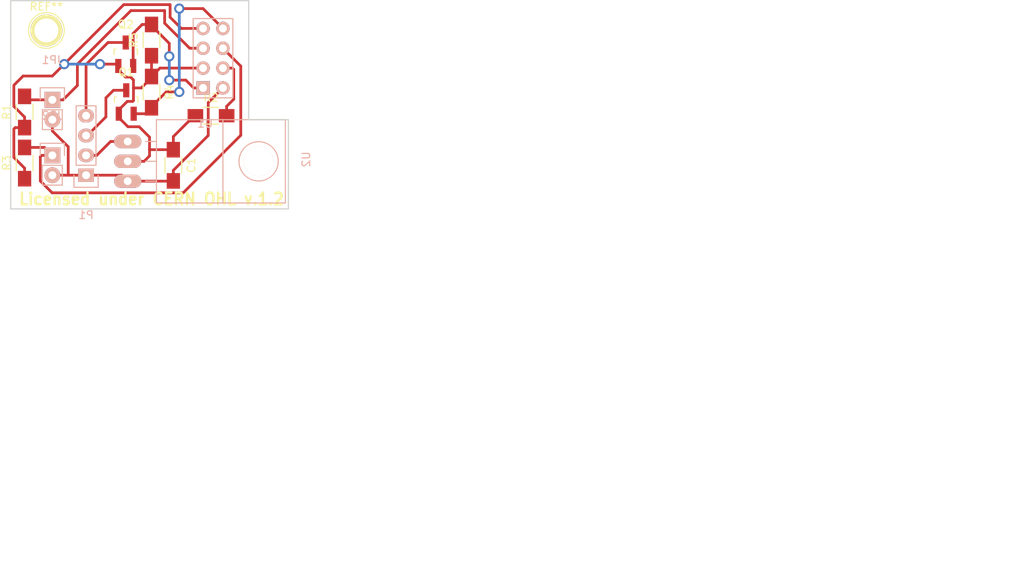
<source format=kicad_pcb>
(kicad_pcb (version 4) (host pcbnew 4.0.2+dfsg1-stable)

  (general
    (links 27)
    (no_connects 0)
    (area 141.713 88.265999 191.434201 117.477)
    (thickness 1.6)
    (drawings 9)
    (tracks 129)
    (zones 0)
    (modules 14)
    (nets 11)
  )

  (page A4)
  (title_block
    (title IO-ESP8266-adapter)
    (date 2016-03-14)
    (rev 1.0)
    (company "Nicola Corna")
    (comment 1 "Copyright 2016 Nicola Corna <nicola@corna.info>")
  )

  (layers
    (0 F.Cu signal)
    (31 B.Cu signal)
    (32 B.Adhes user)
    (33 F.Adhes user)
    (34 B.Paste user)
    (35 F.Paste user)
    (36 B.SilkS user)
    (37 F.SilkS user)
    (38 B.Mask user)
    (39 F.Mask user)
    (40 Dwgs.User user)
    (41 Cmts.User user)
    (42 Eco1.User user)
    (43 Eco2.User user)
    (44 Edge.Cuts user)
    (45 Margin user)
    (46 B.CrtYd user)
    (47 F.CrtYd user)
    (48 B.Fab user)
    (49 F.Fab user)
  )

  (setup
    (last_trace_width 0.35)
    (trace_clearance 0.35)
    (zone_clearance 0.508)
    (zone_45_only no)
    (trace_min 0.2)
    (segment_width 0.2)
    (edge_width 0.15)
    (via_size 1.3)
    (via_drill 0.8)
    (via_min_size 0.4)
    (via_min_drill 0.3)
    (uvia_size 0.3)
    (uvia_drill 0.1)
    (uvias_allowed no)
    (uvia_min_size 0.2)
    (uvia_min_drill 0.1)
    (pcb_text_width 0.3)
    (pcb_text_size 1.5 1.5)
    (mod_edge_width 0.15)
    (mod_text_size 1 1)
    (mod_text_width 0.15)
    (pad_size 1.524 1.524)
    (pad_drill 0.762)
    (pad_to_mask_clearance 0.2)
    (aux_axis_origin 0 0)
    (visible_elements FFFFFF7F)
    (pcbplotparams
      (layerselection 0x01000_00000001)
      (usegerberextensions false)
      (excludeedgelayer true)
      (linewidth 0.100000)
      (plotframeref false)
      (viasonmask false)
      (mode 1)
      (useauxorigin false)
      (hpglpennumber 1)
      (hpglpenspeed 20)
      (hpglpendiameter 15)
      (hpglpenoverlay 2)
      (psnegative false)
      (psa4output false)
      (plotreference true)
      (plotvalue true)
      (plotinvisibletext false)
      (padsonsilk false)
      (subtractmaskfromsilk false)
      (outputformat 1)
      (mirror false)
      (drillshape 0)
      (scaleselection 1)
      (outputdirectory ""))
  )

  (net 0 "")
  (net 1 +3V3)
  (net 2 GND)
  (net 3 "Net-(JP1-Pad1)")
  (net 4 "Net-(JP2-Pad1)")
  (net 5 +5V)
  (net 6 "Net-(P1-Pad3)")
  (net 7 "Net-(P1-Pad4)")
  (net 8 ESP_RX)
  (net 9 ESP_TX)
  (net 10 "Net-(R2-Pad2)")

  (net_class Default "This is the default net class."
    (clearance 0.35)
    (trace_width 0.35)
    (via_dia 1.3)
    (via_drill 0.8)
    (uvia_dia 0.3)
    (uvia_drill 0.1)
    (add_net +3V3)
    (add_net +5V)
    (add_net ESP_RX)
    (add_net ESP_TX)
    (add_net GND)
    (add_net "Net-(JP1-Pad1)")
    (add_net "Net-(JP2-Pad1)")
    (add_net "Net-(P1-Pad3)")
    (add_net "Net-(P1-Pad4)")
    (add_net "Net-(R2-Pad2)")
  )

  (module ESP8266:ESP-01 (layer B.Cu) (tedit 553C10FF) (tstamp 56DF14A7)
    (at 168.148 100.076)
    (descr "Module, ESP-8266, ESP-01, 8 pin")
    (tags "Module ESP-8266 ESP8266")
    (path /56DEFC8E)
    (fp_text reference U1 (at 0.254 4.572) (layer B.SilkS)
      (effects (font (size 1 1) (thickness 0.15)) (justify mirror))
    )
    (fp_text value ESP-01v090 (at 12.192 -3.556) (layer B.Fab)
      (effects (font (size 1 1) (thickness 0.15)) (justify mirror))
    )
    (fp_line (start -1.778 3.302) (end 22.86 3.302) (layer B.Fab) (width 0.1524))
    (fp_line (start 22.86 3.302) (end 22.86 -10.922) (layer B.Fab) (width 0.1524))
    (fp_line (start 22.86 -10.922) (end -1.778 -10.922) (layer B.Fab) (width 0.1524))
    (fp_line (start -1.778 -10.922) (end -1.778 3.302) (layer B.Fab) (width 0.1524))
    (fp_line (start 1.27 1.27) (end -1.27 1.27) (layer B.SilkS) (width 0.1524))
    (fp_line (start -1.27 1.27) (end -1.27 -1.27) (layer B.SilkS) (width 0.1524))
    (fp_line (start -1.75 1.75) (end -1.75 -9.4) (layer B.CrtYd) (width 0.05))
    (fp_line (start 4.3 1.75) (end 4.3 -9.4) (layer B.CrtYd) (width 0.05))
    (fp_line (start -1.75 1.75) (end 4.3 1.75) (layer B.CrtYd) (width 0.05))
    (fp_line (start -1.75 -9.4) (end 4.3 -9.4) (layer B.CrtYd) (width 0.05))
    (fp_line (start -1.27 -1.27) (end -1.27 -8.89) (layer B.SilkS) (width 0.1524))
    (fp_line (start -1.27 -8.89) (end 3.81 -8.89) (layer B.SilkS) (width 0.1524))
    (fp_line (start 3.81 -8.89) (end 3.81 1.27) (layer B.SilkS) (width 0.1524))
    (fp_line (start 3.81 1.27) (end 1.27 1.27) (layer B.SilkS) (width 0.1524))
    (pad 1 thru_hole rect (at 0 0) (size 1.7272 1.7272) (drill 1.016) (layers *.Cu *.Mask B.SilkS)
      (net 9 ESP_TX))
    (pad 2 thru_hole oval (at 2.54 0) (size 1.7272 1.7272) (drill 1.016) (layers *.Cu *.Mask B.SilkS)
      (net 2 GND))
    (pad 3 thru_hole oval (at 0 -2.54) (size 1.7272 1.7272) (drill 1.016) (layers *.Cu *.Mask B.SilkS)
      (net 1 +3V3))
    (pad 4 thru_hole oval (at 2.54 -2.54) (size 1.7272 1.7272) (drill 1.016) (layers *.Cu *.Mask B.SilkS)
      (net 10 "Net-(R2-Pad2)"))
    (pad 5 thru_hole oval (at 0 -5.08) (size 1.7272 1.7272) (drill 1.016) (layers *.Cu *.Mask B.SilkS)
      (net 3 "Net-(JP1-Pad1)"))
    (pad 6 thru_hole oval (at 2.54 -5.08) (size 1.7272 1.7272) (drill 1.016) (layers *.Cu *.Mask B.SilkS)
      (net 4 "Net-(JP2-Pad1)"))
    (pad 7 thru_hole oval (at 0 -7.62) (size 1.7272 1.7272) (drill 1.016) (layers *.Cu *.Mask B.SilkS)
      (net 1 +3V3))
    (pad 8 thru_hole oval (at 2.54 -7.62) (size 1.7272 1.7272) (drill 1.016) (layers *.Cu *.Mask B.SilkS)
      (net 8 ESP_RX))
    (model Pin_Headers.3dshapes/Pin_Header_Straight_2x04.wrl
      (at (xyz 0.05 -0.15 0))
      (scale (xyz 1 1 1))
      (rotate (xyz 0 0 90))
    )
  )

  (module TO_SOT_Packages_THT:TO-220_Neutral123_Horizontal_LargePads (layer B.Cu) (tedit 0) (tstamp 56DF14AF)
    (at 158.496 109.474 90)
    (descr "TO-220, Neutral, Horizontal, Large Pads,")
    (tags "TO-220, Neutral, Horizontal, Large Pads,")
    (path /56DF1401)
    (fp_text reference U2 (at 0.24892 22.84984 90) (layer B.SilkS)
      (effects (font (size 1 1) (thickness 0.15)) (justify mirror))
    )
    (fp_text value AP1117 (at -0.20066 -4.24942 90) (layer B.Fab)
      (effects (font (size 1 1) (thickness 0.15)) (justify mirror))
    )
    (fp_line (start -2.54 3.683) (end -2.54 2.286) (layer B.SilkS) (width 0.15))
    (fp_line (start 0 3.683) (end 0 2.286) (layer B.SilkS) (width 0.15))
    (fp_line (start 2.54 3.683) (end 2.54 2.286) (layer B.SilkS) (width 0.15))
    (fp_circle (center 0 16.764) (end 1.778 14.986) (layer B.SilkS) (width 0.15))
    (fp_line (start 5.334 12.192) (end 5.334 20.193) (layer B.SilkS) (width 0.15))
    (fp_line (start 5.334 20.193) (end -5.334 20.193) (layer B.SilkS) (width 0.15))
    (fp_line (start -5.334 20.193) (end -5.334 12.192) (layer B.SilkS) (width 0.15))
    (fp_line (start 5.334 3.683) (end 5.334 12.192) (layer B.SilkS) (width 0.15))
    (fp_line (start 5.334 12.192) (end -5.334 12.192) (layer B.SilkS) (width 0.15))
    (fp_line (start -5.334 12.192) (end -5.334 3.683) (layer B.SilkS) (width 0.15))
    (fp_line (start 0 3.683) (end -5.334 3.683) (layer B.SilkS) (width 0.15))
    (fp_line (start 0 3.683) (end 5.334 3.683) (layer B.SilkS) (width 0.15))
    (pad 2 thru_hole oval (at 0 0) (size 3.50012 1.69926) (drill 1.00076) (layers *.Cu *.Mask B.SilkS)
      (net 1 +3V3))
    (pad 1 thru_hole oval (at -2.54 0) (size 3.50012 1.69926) (drill 1.00076) (layers *.Cu *.Mask B.SilkS)
      (net 2 GND))
    (pad 3 thru_hole oval (at 2.54 0) (size 3.50012 1.69926) (drill 1.00076) (layers *.Cu *.Mask B.SilkS)
      (net 5 +5V))
    (pad "" np_thru_hole circle (at 0 16.764) (size 3.79984 3.79984) (drill 3.79984) (layers *.Cu *.Mask B.SilkS))
    (model TO_SOT_Packages_THT.3dshapes/TO-220_Neutral123_Horizontal_LargePads.wrl
      (at (xyz 0 0 0))
      (scale (xyz 0.3937 0.3937 0.3937))
      (rotate (xyz 0 0 0))
    )
  )

  (module Resistors_SMD:R_1206_HandSoldering (layer F.Cu) (tedit 5418A20D) (tstamp 56DF1483)
    (at 145.288 103.156 90)
    (descr "Resistor SMD 1206, hand soldering")
    (tags "resistor 1206")
    (path /56DF11CF)
    (attr smd)
    (fp_text reference R1 (at 0 -2.3 90) (layer F.SilkS)
      (effects (font (size 1 1) (thickness 0.15)))
    )
    (fp_text value 22k (at 0 2.3 90) (layer F.Fab)
      (effects (font (size 1 1) (thickness 0.15)))
    )
    (fp_line (start -3.3 -1.2) (end 3.3 -1.2) (layer F.CrtYd) (width 0.05))
    (fp_line (start -3.3 1.2) (end 3.3 1.2) (layer F.CrtYd) (width 0.05))
    (fp_line (start -3.3 -1.2) (end -3.3 1.2) (layer F.CrtYd) (width 0.05))
    (fp_line (start 3.3 -1.2) (end 3.3 1.2) (layer F.CrtYd) (width 0.05))
    (fp_line (start 1 1.075) (end -1 1.075) (layer F.SilkS) (width 0.15))
    (fp_line (start -1 -1.075) (end 1 -1.075) (layer F.SilkS) (width 0.15))
    (pad 1 smd rect (at -2 0 90) (size 2 1.7) (layers F.Cu F.Paste F.Mask)
      (net 1 +3V3))
    (pad 2 smd rect (at 2 0 90) (size 2 1.7) (layers F.Cu F.Paste F.Mask)
      (net 3 "Net-(JP1-Pad1)"))
    (model Resistors_SMD.3dshapes/R_1206_HandSoldering.wrl
      (at (xyz 0 0 0))
      (scale (xyz 1 1 1))
      (rotate (xyz 0 0 0))
    )
  )

  (module Resistors_SMD:R_1206_HandSoldering (layer F.Cu) (tedit 5418A20D) (tstamp 56DF145B)
    (at 164.338 109.982 270)
    (descr "Resistor SMD 1206, hand soldering")
    (tags "resistor 1206")
    (path /56DF15CF)
    (attr smd)
    (fp_text reference C1 (at 0 -2.3 270) (layer F.SilkS)
      (effects (font (size 1 1) (thickness 0.15)))
    )
    (fp_text value 10u (at 0 2.3 270) (layer F.Fab)
      (effects (font (size 1 1) (thickness 0.15)))
    )
    (fp_line (start -3.3 -1.2) (end 3.3 -1.2) (layer F.CrtYd) (width 0.05))
    (fp_line (start -3.3 1.2) (end 3.3 1.2) (layer F.CrtYd) (width 0.05))
    (fp_line (start -3.3 -1.2) (end -3.3 1.2) (layer F.CrtYd) (width 0.05))
    (fp_line (start 3.3 -1.2) (end 3.3 1.2) (layer F.CrtYd) (width 0.05))
    (fp_line (start 1 1.075) (end -1 1.075) (layer F.SilkS) (width 0.15))
    (fp_line (start -1 -1.075) (end 1 -1.075) (layer F.SilkS) (width 0.15))
    (pad 1 smd rect (at -2 0 270) (size 2 1.7) (layers F.Cu F.Paste F.Mask)
      (net 1 +3V3))
    (pad 2 smd rect (at 2 0 270) (size 2 1.7) (layers F.Cu F.Paste F.Mask)
      (net 2 GND))
    (model Resistors_SMD.3dshapes/R_1206_HandSoldering.wrl
      (at (xyz 0 0 0))
      (scale (xyz 1 1 1))
      (rotate (xyz 0 0 0))
    )
  )

  (module Pin_Headers:Pin_Header_Straight_1x02 (layer B.Cu) (tedit 54EA090C) (tstamp 56DF1461)
    (at 148.844 101.6 180)
    (descr "Through hole pin header")
    (tags "pin header")
    (path /56DF11E2)
    (fp_text reference JP1 (at 0 5.1 180) (layer B.SilkS)
      (effects (font (size 1 1) (thickness 0.15)) (justify mirror))
    )
    (fp_text value JUMPER (at 0 3.1 180) (layer B.Fab)
      (effects (font (size 1 1) (thickness 0.15)) (justify mirror))
    )
    (fp_line (start 1.27 -1.27) (end 1.27 -3.81) (layer B.SilkS) (width 0.15))
    (fp_line (start 1.55 1.55) (end 1.55 0) (layer B.SilkS) (width 0.15))
    (fp_line (start -1.75 1.75) (end -1.75 -4.3) (layer B.CrtYd) (width 0.05))
    (fp_line (start 1.75 1.75) (end 1.75 -4.3) (layer B.CrtYd) (width 0.05))
    (fp_line (start -1.75 1.75) (end 1.75 1.75) (layer B.CrtYd) (width 0.05))
    (fp_line (start -1.75 -4.3) (end 1.75 -4.3) (layer B.CrtYd) (width 0.05))
    (fp_line (start 1.27 -1.27) (end -1.27 -1.27) (layer B.SilkS) (width 0.15))
    (fp_line (start -1.55 0) (end -1.55 1.55) (layer B.SilkS) (width 0.15))
    (fp_line (start -1.55 1.55) (end 1.55 1.55) (layer B.SilkS) (width 0.15))
    (fp_line (start -1.27 -1.27) (end -1.27 -3.81) (layer B.SilkS) (width 0.15))
    (fp_line (start -1.27 -3.81) (end 1.27 -3.81) (layer B.SilkS) (width 0.15))
    (pad 1 thru_hole rect (at 0 0 180) (size 2.032 2.032) (drill 1.016) (layers *.Cu *.Mask B.SilkS)
      (net 3 "Net-(JP1-Pad1)"))
    (pad 2 thru_hole oval (at 0 -2.54 180) (size 2.032 2.032) (drill 1.016) (layers *.Cu *.Mask B.SilkS)
      (net 2 GND))
    (model Pin_Headers.3dshapes/Pin_Header_Straight_1x02.wrl
      (at (xyz 0 -0.05 0))
      (scale (xyz 1 1 1))
      (rotate (xyz 0 0 90))
    )
  )

  (module Pin_Headers:Pin_Header_Straight_1x02 (layer B.Cu) (tedit 54EA090C) (tstamp 56DF1467)
    (at 148.844 108.712 180)
    (descr "Through hole pin header")
    (tags "pin header")
    (path /56DF10C5)
    (fp_text reference JP2 (at 0 5.1 180) (layer B.SilkS)
      (effects (font (size 1 1) (thickness 0.15)) (justify mirror))
    )
    (fp_text value JUMPER (at 0 3.1 180) (layer B.Fab)
      (effects (font (size 1 1) (thickness 0.15)) (justify mirror))
    )
    (fp_line (start 1.27 -1.27) (end 1.27 -3.81) (layer B.SilkS) (width 0.15))
    (fp_line (start 1.55 1.55) (end 1.55 0) (layer B.SilkS) (width 0.15))
    (fp_line (start -1.75 1.75) (end -1.75 -4.3) (layer B.CrtYd) (width 0.05))
    (fp_line (start 1.75 1.75) (end 1.75 -4.3) (layer B.CrtYd) (width 0.05))
    (fp_line (start -1.75 1.75) (end 1.75 1.75) (layer B.CrtYd) (width 0.05))
    (fp_line (start -1.75 -4.3) (end 1.75 -4.3) (layer B.CrtYd) (width 0.05))
    (fp_line (start 1.27 -1.27) (end -1.27 -1.27) (layer B.SilkS) (width 0.15))
    (fp_line (start -1.55 0) (end -1.55 1.55) (layer B.SilkS) (width 0.15))
    (fp_line (start -1.55 1.55) (end 1.55 1.55) (layer B.SilkS) (width 0.15))
    (fp_line (start -1.27 -1.27) (end -1.27 -3.81) (layer B.SilkS) (width 0.15))
    (fp_line (start -1.27 -3.81) (end 1.27 -3.81) (layer B.SilkS) (width 0.15))
    (pad 1 thru_hole rect (at 0 0 180) (size 2.032 2.032) (drill 1.016) (layers *.Cu *.Mask B.SilkS)
      (net 4 "Net-(JP2-Pad1)"))
    (pad 2 thru_hole oval (at 0 -2.54 180) (size 2.032 2.032) (drill 1.016) (layers *.Cu *.Mask B.SilkS)
      (net 2 GND))
    (model Pin_Headers.3dshapes/Pin_Header_Straight_1x02.wrl
      (at (xyz 0 -0.05 0))
      (scale (xyz 1 1 1))
      (rotate (xyz 0 0 90))
    )
  )

  (module Pin_Headers:Pin_Header_Straight_1x04 (layer B.Cu) (tedit 0) (tstamp 56DF146F)
    (at 153.162 111.252)
    (descr "Through hole pin header")
    (tags "pin header")
    (path /56DF12CE)
    (fp_text reference P1 (at 0 5.1) (layer B.SilkS)
      (effects (font (size 1 1) (thickness 0.15)) (justify mirror))
    )
    (fp_text value CONN_01X04 (at 0 3.1) (layer B.Fab)
      (effects (font (size 1 1) (thickness 0.15)) (justify mirror))
    )
    (fp_line (start -1.75 1.75) (end -1.75 -9.4) (layer B.CrtYd) (width 0.05))
    (fp_line (start 1.75 1.75) (end 1.75 -9.4) (layer B.CrtYd) (width 0.05))
    (fp_line (start -1.75 1.75) (end 1.75 1.75) (layer B.CrtYd) (width 0.05))
    (fp_line (start -1.75 -9.4) (end 1.75 -9.4) (layer B.CrtYd) (width 0.05))
    (fp_line (start -1.27 -1.27) (end -1.27 -8.89) (layer B.SilkS) (width 0.15))
    (fp_line (start 1.27 -1.27) (end 1.27 -8.89) (layer B.SilkS) (width 0.15))
    (fp_line (start 1.55 1.55) (end 1.55 0) (layer B.SilkS) (width 0.15))
    (fp_line (start -1.27 -8.89) (end 1.27 -8.89) (layer B.SilkS) (width 0.15))
    (fp_line (start 1.27 -1.27) (end -1.27 -1.27) (layer B.SilkS) (width 0.15))
    (fp_line (start -1.55 0) (end -1.55 1.55) (layer B.SilkS) (width 0.15))
    (fp_line (start -1.55 1.55) (end 1.55 1.55) (layer B.SilkS) (width 0.15))
    (pad 1 thru_hole rect (at 0 0) (size 2.032 1.7272) (drill 1.016) (layers *.Cu *.Mask B.SilkS)
      (net 2 GND))
    (pad 2 thru_hole oval (at 0 -2.54) (size 2.032 1.7272) (drill 1.016) (layers *.Cu *.Mask B.SilkS)
      (net 5 +5V))
    (pad 3 thru_hole oval (at 0 -5.08) (size 2.032 1.7272) (drill 1.016) (layers *.Cu *.Mask B.SilkS)
      (net 6 "Net-(P1-Pad3)"))
    (pad 4 thru_hole oval (at 0 -7.62) (size 2.032 1.7272) (drill 1.016) (layers *.Cu *.Mask B.SilkS)
      (net 7 "Net-(P1-Pad4)"))
    (model Pin_Headers.3dshapes/Pin_Header_Straight_1x04.wrl
      (at (xyz 0 -0.15 0))
      (scale (xyz 1 1 1))
      (rotate (xyz 0 0 90))
    )
  )

  (module TO_SOT_Packages_SMD:SOT-23_Handsoldering (layer F.Cu) (tedit 54E9291B) (tstamp 56DF1476)
    (at 158.308 101.87686)
    (descr "SOT-23, Handsoldering")
    (tags SOT-23)
    (path /56DF16FD)
    (attr smd)
    (fp_text reference Q1 (at 0 -3.81) (layer F.SilkS)
      (effects (font (size 1 1) (thickness 0.15)))
    )
    (fp_text value Q_NMOS_GSD (at 0 3.81) (layer F.Fab)
      (effects (font (size 1 1) (thickness 0.15)))
    )
    (fp_line (start -1.49982 0.0508) (end -1.49982 -0.65024) (layer F.SilkS) (width 0.15))
    (fp_line (start -1.49982 -0.65024) (end -1.2509 -0.65024) (layer F.SilkS) (width 0.15))
    (fp_line (start 1.29916 -0.65024) (end 1.49982 -0.65024) (layer F.SilkS) (width 0.15))
    (fp_line (start 1.49982 -0.65024) (end 1.49982 0.0508) (layer F.SilkS) (width 0.15))
    (pad 1 smd rect (at -0.95 1.50114) (size 0.8001 1.80086) (layers F.Cu F.Paste F.Mask)
      (net 1 +3V3))
    (pad 2 smd rect (at 0.95 1.50114) (size 0.8001 1.80086) (layers F.Cu F.Paste F.Mask)
      (net 8 ESP_RX))
    (pad 3 smd rect (at 0 -1.50114) (size 0.8001 1.80086) (layers F.Cu F.Paste F.Mask)
      (net 6 "Net-(P1-Pad3)"))
    (model TO_SOT_Packages_SMD.3dshapes/SOT-23_Handsoldering.wrl
      (at (xyz 0 0 0))
      (scale (xyz 1 1 1))
      (rotate (xyz 0 0 0))
    )
  )

  (module TO_SOT_Packages_SMD:SOT-23_Handsoldering (layer F.Cu) (tedit 54E9291B) (tstamp 56DF147D)
    (at 158.242 95.758)
    (descr "SOT-23, Handsoldering")
    (tags SOT-23)
    (path /56DF19A5)
    (attr smd)
    (fp_text reference Q2 (at 0 -3.81) (layer F.SilkS)
      (effects (font (size 1 1) (thickness 0.15)))
    )
    (fp_text value Q_NMOS_GSD (at 0 3.81) (layer F.Fab)
      (effects (font (size 1 1) (thickness 0.15)))
    )
    (fp_line (start -1.49982 0.0508) (end -1.49982 -0.65024) (layer F.SilkS) (width 0.15))
    (fp_line (start -1.49982 -0.65024) (end -1.2509 -0.65024) (layer F.SilkS) (width 0.15))
    (fp_line (start 1.29916 -0.65024) (end 1.49982 -0.65024) (layer F.SilkS) (width 0.15))
    (fp_line (start 1.49982 -0.65024) (end 1.49982 0.0508) (layer F.SilkS) (width 0.15))
    (pad 1 smd rect (at -0.95 1.50114) (size 0.8001 1.80086) (layers F.Cu F.Paste F.Mask)
      (net 1 +3V3))
    (pad 2 smd rect (at 0.95 1.50114) (size 0.8001 1.80086) (layers F.Cu F.Paste F.Mask)
      (net 9 ESP_TX))
    (pad 3 smd rect (at 0 -1.50114) (size 0.8001 1.80086) (layers F.Cu F.Paste F.Mask)
      (net 7 "Net-(P1-Pad4)"))
    (model TO_SOT_Packages_SMD.3dshapes/SOT-23_Handsoldering.wrl
      (at (xyz 0 0 0))
      (scale (xyz 1 1 1))
      (rotate (xyz 0 0 0))
    )
  )

  (module Resistors_SMD:R_1206_HandSoldering (layer F.Cu) (tedit 5418A20D) (tstamp 56DF1489)
    (at 169.164 103.632)
    (descr "Resistor SMD 1206, hand soldering")
    (tags "resistor 1206")
    (path /56DF0FB6)
    (attr smd)
    (fp_text reference R2 (at 0 -2.3) (layer F.SilkS)
      (effects (font (size 1 1) (thickness 0.15)))
    )
    (fp_text value 22k (at 0 2.3) (layer F.Fab)
      (effects (font (size 1 1) (thickness 0.15)))
    )
    (fp_line (start -3.3 -1.2) (end 3.3 -1.2) (layer F.CrtYd) (width 0.05))
    (fp_line (start -3.3 1.2) (end 3.3 1.2) (layer F.CrtYd) (width 0.05))
    (fp_line (start -3.3 -1.2) (end -3.3 1.2) (layer F.CrtYd) (width 0.05))
    (fp_line (start 3.3 -1.2) (end 3.3 1.2) (layer F.CrtYd) (width 0.05))
    (fp_line (start 1 1.075) (end -1 1.075) (layer F.SilkS) (width 0.15))
    (fp_line (start -1 -1.075) (end 1 -1.075) (layer F.SilkS) (width 0.15))
    (pad 1 smd rect (at -2 0) (size 2 1.7) (layers F.Cu F.Paste F.Mask)
      (net 1 +3V3))
    (pad 2 smd rect (at 2 0) (size 2 1.7) (layers F.Cu F.Paste F.Mask)
      (net 10 "Net-(R2-Pad2)"))
    (model Resistors_SMD.3dshapes/R_1206_HandSoldering.wrl
      (at (xyz 0 0 0))
      (scale (xyz 1 1 1))
      (rotate (xyz 0 0 0))
    )
  )

  (module Resistors_SMD:R_1206_HandSoldering (layer F.Cu) (tedit 5418A20D) (tstamp 56DF148F)
    (at 145.288 109.696 90)
    (descr "Resistor SMD 1206, hand soldering")
    (tags "resistor 1206")
    (path /56DF1057)
    (attr smd)
    (fp_text reference R3 (at 0 -2.3 90) (layer F.SilkS)
      (effects (font (size 1 1) (thickness 0.15)))
    )
    (fp_text value 22k (at 0 2.3 90) (layer F.Fab)
      (effects (font (size 1 1) (thickness 0.15)))
    )
    (fp_line (start -3.3 -1.2) (end 3.3 -1.2) (layer F.CrtYd) (width 0.05))
    (fp_line (start -3.3 1.2) (end 3.3 1.2) (layer F.CrtYd) (width 0.05))
    (fp_line (start -3.3 -1.2) (end -3.3 1.2) (layer F.CrtYd) (width 0.05))
    (fp_line (start 3.3 -1.2) (end 3.3 1.2) (layer F.CrtYd) (width 0.05))
    (fp_line (start 1 1.075) (end -1 1.075) (layer F.SilkS) (width 0.15))
    (fp_line (start -1 -1.075) (end 1 -1.075) (layer F.SilkS) (width 0.15))
    (pad 1 smd rect (at -2 0 90) (size 2 1.7) (layers F.Cu F.Paste F.Mask)
      (net 1 +3V3))
    (pad 2 smd rect (at 2 0 90) (size 2 1.7) (layers F.Cu F.Paste F.Mask)
      (net 4 "Net-(JP2-Pad1)"))
    (model Resistors_SMD.3dshapes/R_1206_HandSoldering.wrl
      (at (xyz 0 0 0))
      (scale (xyz 1 1 1))
      (rotate (xyz 0 0 0))
    )
  )

  (module Resistors_SMD:R_1206_HandSoldering (layer F.Cu) (tedit 5418A20D) (tstamp 56DF1495)
    (at 161.544 100.616 270)
    (descr "Resistor SMD 1206, hand soldering")
    (tags "resistor 1206")
    (path /56DF1865)
    (attr smd)
    (fp_text reference R4 (at 0 -2.3 270) (layer F.SilkS)
      (effects (font (size 1 1) (thickness 0.15)))
    )
    (fp_text value 22k (at 0 2.3 270) (layer F.Fab)
      (effects (font (size 1 1) (thickness 0.15)))
    )
    (fp_line (start -3.3 -1.2) (end 3.3 -1.2) (layer F.CrtYd) (width 0.05))
    (fp_line (start -3.3 1.2) (end 3.3 1.2) (layer F.CrtYd) (width 0.05))
    (fp_line (start -3.3 -1.2) (end -3.3 1.2) (layer F.CrtYd) (width 0.05))
    (fp_line (start 3.3 -1.2) (end 3.3 1.2) (layer F.CrtYd) (width 0.05))
    (fp_line (start 1 1.075) (end -1 1.075) (layer F.SilkS) (width 0.15))
    (fp_line (start -1 -1.075) (end 1 -1.075) (layer F.SilkS) (width 0.15))
    (pad 1 smd rect (at -2 0 270) (size 2 1.7) (layers F.Cu F.Paste F.Mask)
      (net 1 +3V3))
    (pad 2 smd rect (at 2 0 270) (size 2 1.7) (layers F.Cu F.Paste F.Mask)
      (net 8 ESP_RX))
    (model Resistors_SMD.3dshapes/R_1206_HandSoldering.wrl
      (at (xyz 0 0 0))
      (scale (xyz 1 1 1))
      (rotate (xyz 0 0 0))
    )
  )

  (module Resistors_SMD:R_1206_HandSoldering (layer F.Cu) (tedit 5418A20D) (tstamp 56DF149B)
    (at 161.544 93.948 90)
    (descr "Resistor SMD 1206, hand soldering")
    (tags "resistor 1206")
    (path /56DF19AC)
    (attr smd)
    (fp_text reference R5 (at 0 -2.3 90) (layer F.SilkS)
      (effects (font (size 1 1) (thickness 0.15)))
    )
    (fp_text value 22k (at 0 2.3 90) (layer F.Fab)
      (effects (font (size 1 1) (thickness 0.15)))
    )
    (fp_line (start -3.3 -1.2) (end 3.3 -1.2) (layer F.CrtYd) (width 0.05))
    (fp_line (start -3.3 1.2) (end 3.3 1.2) (layer F.CrtYd) (width 0.05))
    (fp_line (start -3.3 -1.2) (end -3.3 1.2) (layer F.CrtYd) (width 0.05))
    (fp_line (start 3.3 -1.2) (end 3.3 1.2) (layer F.CrtYd) (width 0.05))
    (fp_line (start 1 1.075) (end -1 1.075) (layer F.SilkS) (width 0.15))
    (fp_line (start -1 -1.075) (end 1 -1.075) (layer F.SilkS) (width 0.15))
    (pad 1 smd rect (at -2 0 90) (size 2 1.7) (layers F.Cu F.Paste F.Mask)
      (net 1 +3V3))
    (pad 2 smd rect (at 2 0 90) (size 2 1.7) (layers F.Cu F.Paste F.Mask)
      (net 9 ESP_TX))
    (model Resistors_SMD.3dshapes/R_1206_HandSoldering.wrl
      (at (xyz 0 0 0))
      (scale (xyz 1 1 1))
      (rotate (xyz 0 0 0))
    )
  )

  (module Connect:1pin (layer F.Cu) (tedit 0) (tstamp 56DF2F9C)
    (at 148.082 92.71)
    (descr "module 1 pin (ou trou mecanique de percage)")
    (tags DEV)
    (fp_text reference REF** (at 0 -3.048) (layer F.SilkS)
      (effects (font (size 1 1) (thickness 0.15)))
    )
    (fp_text value 1pin (at 0 2.794) (layer F.Fab)
      (effects (font (size 1 1) (thickness 0.15)))
    )
    (fp_circle (center 0 0) (end 0 -2.286) (layer F.SilkS) (width 0.15))
    (pad 1 thru_hole circle (at 0 0) (size 4.064 4.064) (drill 3.048) (layers *.Cu *.Mask F.SilkS))
  )

  (gr_text "Licensed under CERN OHL v.1.2" (at 228.6 127) (layer Dwgs.User)
    (effects (font (size 1.5 1.5) (thickness 0.3)))
  )
  (gr_text "Copyright 2016 Nicola Corna <nicola@corna.info>\n\nThis documentation describes Open Hardware and is licensed under the\nCERN OHL v. 1.2.\n\nYou may redistribute and modify this documentation under the terms of the\nCERN OHL v.1.2. (http://ohwr.org/cernohl). This documentation is distributed\nWITHOUT ANY EXPRESS OR IMPLIED WARRANTY, INCLUDING OF\nMERCHANTABILITY, SATISFACTORY QUALITY AND FITNESS FOR A\nPARTICULAR PURPOSE. Please see the CERN OHL v.1.2 for applicable\nconditions" (at 228.092 147.828) (layer Dwgs.User)
    (effects (font (size 1.5 1.5) (thickness 0.3)))
  )
  (gr_text "Licensed under CERN OHL v.1.2" (at 161.544 114.3) (layer F.SilkS)
    (effects (font (size 1.5 1.4) (thickness 0.3)))
  )
  (gr_line (start 179.07 104.14) (end 179.07 115.57) (layer Edge.Cuts) (width 0.15))
  (gr_line (start 173.99 104.14) (end 179.07 104.14) (layer Edge.Cuts) (width 0.15))
  (gr_line (start 173.99 88.9) (end 173.99 104.14) (layer Edge.Cuts) (width 0.15))
  (gr_line (start 143.51 88.9) (end 173.99 88.9) (layer Edge.Cuts) (width 0.15))
  (gr_line (start 143.51 115.57) (end 143.51 88.9) (layer Edge.Cuts) (width 0.15))
  (gr_line (start 179.07 115.57) (end 143.51 115.57) (layer Edge.Cuts) (width 0.15))

  (segment (start 150.368 97.028) (end 157.988 89.408) (width 0.35) (layer F.Cu) (net 1))
  (segment (start 148.844 98.552) (end 150.368 97.028) (width 0.35) (layer F.Cu) (net 1))
  (segment (start 145.288 105.156) (end 145.288 103.806) (width 0.35) (layer F.Cu) (net 1))
  (segment (start 143.912999 99.735999) (end 145.096998 98.552) (width 0.35) (layer F.Cu) (net 1))
  (segment (start 145.288 103.806) (end 143.912999 102.430999) (width 0.35) (layer F.Cu) (net 1))
  (segment (start 143.912999 102.430999) (end 143.912999 99.735999) (width 0.35) (layer F.Cu) (net 1))
  (segment (start 163.924998 91.026998) (end 165.354 92.456) (width 0.35) (layer F.Cu) (net 1))
  (segment (start 145.096998 98.552) (end 148.844 98.552) (width 0.35) (layer F.Cu) (net 1))
  (segment (start 157.988 89.408) (end 163.924998 89.408) (width 0.35) (layer F.Cu) (net 1))
  (segment (start 163.924998 89.408) (end 163.924998 91.026998) (width 0.35) (layer F.Cu) (net 1))
  (segment (start 165.354 92.456) (end 168.148 92.456) (width 0.35) (layer F.Cu) (net 1))
  (segment (start 168.148 97.536) (end 162.624 97.536) (width 0.35) (layer F.Cu) (net 1))
  (segment (start 154.94 97.028) (end 157.06086 97.028) (width 0.35) (layer F.Cu) (net 1))
  (segment (start 157.06086 97.028) (end 157.292 97.25914) (width 0.35) (layer F.Cu) (net 1))
  (segment (start 154.94 97.028) (end 150.368 97.028) (width 0.35) (layer B.Cu) (net 1))
  (via (at 150.368 97.028) (size 1.3) (drill 0.8) (layers F.Cu B.Cu) (net 1))
  (via (at 154.94 97.028) (size 1.3) (drill 0.8) (layers F.Cu B.Cu) (net 1))
  (segment (start 162.624 97.536) (end 161.544 98.616) (width 0.35) (layer F.Cu) (net 1))
  (segment (start 145.288 111.696) (end 145.288 110.346) (width 0.35) (layer F.Cu) (net 1))
  (segment (start 145.288 110.346) (end 143.912999 108.970999) (width 0.35) (layer F.Cu) (net 1))
  (segment (start 143.912999 108.970999) (end 143.912999 105.331001) (width 0.35) (layer F.Cu) (net 1))
  (segment (start 143.912999 105.331001) (end 144.088 105.156) (width 0.35) (layer F.Cu) (net 1))
  (segment (start 144.088 105.156) (end 145.288 105.156) (width 0.35) (layer F.Cu) (net 1))
  (segment (start 167.164 103.632) (end 167.014 103.632) (width 0.35) (layer F.Cu) (net 1))
  (segment (start 167.014 103.632) (end 164.338 106.308) (width 0.35) (layer F.Cu) (net 1))
  (segment (start 164.338 106.308) (end 164.338 106.632) (width 0.35) (layer F.Cu) (net 1))
  (segment (start 164.338 106.632) (end 164.338 107.982) (width 0.35) (layer F.Cu) (net 1))
  (segment (start 159.233051 100.076) (end 159.233051 99.055289) (width 0.35) (layer F.Cu) (net 1))
  (segment (start 159.233051 101.696151) (end 159.233051 100.076) (width 0.35) (layer F.Cu) (net 1))
  (segment (start 159.233051 100.076) (end 160.234 100.076) (width 0.35) (layer F.Cu) (net 1))
  (segment (start 160.234 100.076) (end 161.544 98.766) (width 0.35) (layer F.Cu) (net 1))
  (segment (start 161.544 98.766) (end 161.544 98.616) (width 0.35) (layer F.Cu) (net 1))
  (segment (start 161.544 95.948) (end 161.544 98.616) (width 0.35) (layer F.Cu) (net 1))
  (segment (start 161.289065 108.780995) (end 161.289065 107.95) (width 0.35) (layer F.Cu) (net 1))
  (segment (start 161.289065 107.95) (end 161.289065 106.373542) (width 0.35) (layer F.Cu) (net 1))
  (segment (start 164.338 107.982) (end 161.321065 107.982) (width 0.35) (layer F.Cu) (net 1))
  (segment (start 161.321065 107.982) (end 161.289065 107.95) (width 0.35) (layer F.Cu) (net 1))
  (segment (start 157.358 103.378) (end 157.358 102.87762) (width 0.35) (layer F.Cu) (net 1))
  (segment (start 157.358 102.87762) (end 158.434469 101.801151) (width 0.35) (layer F.Cu) (net 1))
  (segment (start 158.434469 101.801151) (end 159.128051 101.801151) (width 0.35) (layer F.Cu) (net 1))
  (segment (start 159.128051 101.801151) (end 159.233051 101.696151) (width 0.35) (layer F.Cu) (net 1))
  (segment (start 159.233051 99.055289) (end 158.862333 98.684571) (width 0.35) (layer F.Cu) (net 1))
  (segment (start 158.862333 98.684571) (end 158.217051 98.684571) (width 0.35) (layer F.Cu) (net 1))
  (segment (start 158.217051 98.684571) (end 157.292 97.75952) (width 0.35) (layer F.Cu) (net 1))
  (segment (start 157.292 97.75952) (end 157.292 97.25914) (width 0.35) (layer F.Cu) (net 1))
  (segment (start 158.496 109.474) (end 160.59606 109.474) (width 0.35) (layer F.Cu) (net 1))
  (segment (start 160.59606 109.474) (end 161.289065 108.780995) (width 0.35) (layer F.Cu) (net 1))
  (segment (start 161.289065 106.373542) (end 159.960939 105.045416) (width 0.35) (layer F.Cu) (net 1))
  (segment (start 159.960939 105.045416) (end 158.525036 105.045416) (width 0.35) (layer F.Cu) (net 1))
  (segment (start 158.525036 105.045416) (end 157.358 103.87838) (width 0.35) (layer F.Cu) (net 1))
  (segment (start 157.358 103.87838) (end 157.358 103.378) (width 0.35) (layer F.Cu) (net 1))
  (segment (start 168.808401 106.161599) (end 168.808401 101.955599) (width 0.35) (layer F.Cu) (net 2))
  (segment (start 168.808401 101.955599) (end 170.688 100.076) (width 0.35) (layer F.Cu) (net 2))
  (segment (start 168.808401 106.161599) (end 164.338 110.632) (width 0.35) (layer F.Cu) (net 2))
  (segment (start 164.338 110.632) (end 164.338 111.982) (width 0.35) (layer F.Cu) (net 2))
  (segment (start 150.28084 111.252) (end 150.876 111.252) (width 0.35) (layer F.Cu) (net 2))
  (segment (start 150.876 111.252) (end 153.162 111.252) (width 0.35) (layer F.Cu) (net 2))
  (segment (start 148.844 104.14) (end 148.844 105.57684) (width 0.35) (layer F.Cu) (net 2))
  (segment (start 148.844 105.57684) (end 150.876 107.60884) (width 0.35) (layer F.Cu) (net 2))
  (segment (start 150.876 107.60884) (end 150.876 111.252) (width 0.35) (layer F.Cu) (net 2))
  (segment (start 148.844 111.252) (end 150.28084 111.252) (width 0.35) (layer F.Cu) (net 2))
  (segment (start 158.496 112.014) (end 164.306 112.014) (width 0.35) (layer F.Cu) (net 2))
  (segment (start 164.306 112.014) (end 164.338 111.982) (width 0.35) (layer F.Cu) (net 2))
  (segment (start 153.162 111.252) (end 157.734 111.252) (width 0.35) (layer F.Cu) (net 2))
  (segment (start 157.734 111.252) (end 158.496 112.014) (width 0.35) (layer F.Cu) (net 2))
  (segment (start 153.162 111.252) (end 153.3144 111.252) (width 0.35) (layer F.Cu) (net 2))
  (segment (start 148.844 101.6) (end 150.21 101.6) (width 0.35) (layer F.Cu) (net 3))
  (segment (start 150.21 101.6) (end 152.051001 99.758999) (width 0.35) (layer F.Cu) (net 3))
  (segment (start 152.051001 97.026999) (end 158.908 90.17) (width 0.35) (layer F.Cu) (net 3))
  (segment (start 152.051001 99.758999) (end 152.051001 97.026999) (width 0.35) (layer F.Cu) (net 3))
  (segment (start 158.908 90.17) (end 163.224987 90.17) (width 0.35) (layer F.Cu) (net 3))
  (segment (start 163.224987 90.17) (end 163.224987 91.785956) (width 0.35) (layer F.Cu) (net 3))
  (segment (start 163.224987 91.785956) (end 166.435031 94.996) (width 0.35) (layer F.Cu) (net 3))
  (segment (start 166.435031 94.996) (end 168.148 94.996) (width 0.35) (layer F.Cu) (net 3))
  (segment (start 148.844 101.6) (end 145.732 101.6) (width 0.35) (layer F.Cu) (net 3))
  (segment (start 145.732 101.6) (end 145.288 101.156) (width 0.35) (layer F.Cu) (net 3))
  (segment (start 172.974 106.141002) (end 172.974 97.282) (width 0.35) (layer F.Cu) (net 4))
  (segment (start 172.974 97.282) (end 170.688 94.996) (width 0.35) (layer F.Cu) (net 4))
  (segment (start 148.844 108.712) (end 147.478 108.712) (width 0.35) (layer F.Cu) (net 4))
  (segment (start 147.302999 108.887001) (end 147.302999 111.991681) (width 0.35) (layer F.Cu) (net 4))
  (segment (start 147.478 108.712) (end 147.302999 108.887001) (width 0.35) (layer F.Cu) (net 4))
  (segment (start 147.302999 111.991681) (end 148.818319 113.507001) (width 0.35) (layer F.Cu) (net 4))
  (segment (start 148.818319 113.507001) (end 165.608001 113.507001) (width 0.35) (layer F.Cu) (net 4))
  (segment (start 165.608001 113.507001) (end 172.974 106.141002) (width 0.35) (layer F.Cu) (net 4))
  (segment (start 145.288 107.696) (end 147.828 107.696) (width 0.35) (layer F.Cu) (net 4))
  (segment (start 147.828 107.696) (end 148.844 108.712) (width 0.35) (layer F.Cu) (net 4))
  (segment (start 153.162 108.712) (end 154.528 108.712) (width 0.35) (layer F.Cu) (net 5))
  (segment (start 154.528 108.712) (end 156.306 106.934) (width 0.35) (layer F.Cu) (net 5))
  (segment (start 156.306 106.934) (end 156.39594 106.934) (width 0.35) (layer F.Cu) (net 5))
  (segment (start 156.39594 106.934) (end 158.496 106.934) (width 0.35) (layer F.Cu) (net 5))
  (segment (start 153.3144 108.712) (end 153.162 108.712) (width 0.35) (layer F.Cu) (net 5))
  (segment (start 159.39643 106.934) (end 158.496 106.934) (width 0.35) (layer F.Cu) (net 5))
  (segment (start 155.702 101.346) (end 156.67228 100.37572) (width 0.35) (layer F.Cu) (net 6))
  (segment (start 156.67228 100.37572) (end 158.308 100.37572) (width 0.35) (layer F.Cu) (net 6))
  (segment (start 155.702 103.7844) (end 155.702 101.346) (width 0.35) (layer F.Cu) (net 6))
  (segment (start 153.162 106.172) (end 153.3144 106.172) (width 0.35) (layer F.Cu) (net 6))
  (segment (start 153.3144 106.172) (end 155.702 103.7844) (width 0.35) (layer F.Cu) (net 6))
  (segment (start 153.162 102.4184) (end 153.162 103.632) (width 0.35) (layer F.Cu) (net 7))
  (segment (start 153.162 97.066996) (end 153.162 102.4184) (width 0.35) (layer F.Cu) (net 7))
  (segment (start 155.972136 94.25686) (end 153.162 97.066996) (width 0.35) (layer F.Cu) (net 7))
  (segment (start 158.242 94.25686) (end 155.972136 94.25686) (width 0.35) (layer F.Cu) (net 7))
  (segment (start 165.1 89.916) (end 165.1 100.584) (width 0.35) (layer B.Cu) (net 8))
  (segment (start 165.1 100.584) (end 163.426 100.584) (width 0.35) (layer F.Cu) (net 8))
  (segment (start 161.544 102.466) (end 161.544 102.616) (width 0.35) (layer F.Cu) (net 8))
  (segment (start 163.426 100.584) (end 161.544 102.466) (width 0.35) (layer F.Cu) (net 8))
  (via (at 165.1 100.584) (size 1.3) (drill 0.8) (layers F.Cu B.Cu) (net 8))
  (segment (start 170.688 92.456) (end 168.148 89.916) (width 0.35) (layer F.Cu) (net 8))
  (via (at 165.1 89.916) (size 1.3) (drill 0.8) (layers F.Cu B.Cu) (net 8))
  (segment (start 168.148 89.916) (end 165.1 89.916) (width 0.35) (layer F.Cu) (net 8))
  (segment (start 159.258 103.378) (end 160.782 103.378) (width 0.35) (layer F.Cu) (net 8))
  (segment (start 160.782 103.378) (end 161.544 102.616) (width 0.35) (layer F.Cu) (net 8))
  (segment (start 163.817311 96.029846) (end 163.817311 94.371311) (width 0.35) (layer F.Cu) (net 9))
  (segment (start 163.817311 94.371311) (end 161.544 92.098) (width 0.35) (layer F.Cu) (net 9))
  (segment (start 161.544 92.098) (end 161.544 91.948) (width 0.35) (layer F.Cu) (net 9))
  (segment (start 161.798 91.948) (end 161.544 91.948) (width 0.35) (layer F.Cu) (net 9))
  (segment (start 165.932481 99.074081) (end 163.817311 99.074081) (width 0.35) (layer F.Cu) (net 9))
  (segment (start 166.9344 100.076) (end 165.932481 99.074081) (width 0.35) (layer F.Cu) (net 9))
  (segment (start 168.148 100.076) (end 166.9344 100.076) (width 0.35) (layer F.Cu) (net 9))
  (segment (start 163.817311 96.029846) (end 163.817311 99.074081) (width 0.35) (layer B.Cu) (net 9))
  (via (at 163.817311 99.074081) (size 1.3) (drill 0.8) (layers F.Cu B.Cu) (net 9))
  (via (at 163.817311 96.029846) (size 1.3) (drill 0.8) (layers F.Cu B.Cu) (net 9))
  (segment (start 159.192 97.25914) (end 159.192 93.1) (width 0.35) (layer F.Cu) (net 9))
  (segment (start 159.192 93.1) (end 160.344 91.948) (width 0.35) (layer F.Cu) (net 9))
  (segment (start 160.344 91.948) (end 161.544 91.948) (width 0.35) (layer F.Cu) (net 9))
  (segment (start 170.688 97.536) (end 171.909314 97.536) (width 0.35) (layer F.Cu) (net 10))
  (segment (start 171.909314 97.536) (end 172.076601 97.703287) (width 0.35) (layer F.Cu) (net 10))
  (segment (start 172.076601 97.703287) (end 172.076601 101.519399) (width 0.35) (layer F.Cu) (net 10))
  (segment (start 172.076601 101.519399) (end 171.164 102.432) (width 0.35) (layer F.Cu) (net 10))
  (segment (start 171.164 102.432) (end 171.164 103.632) (width 0.35) (layer F.Cu) (net 10))

)

</source>
